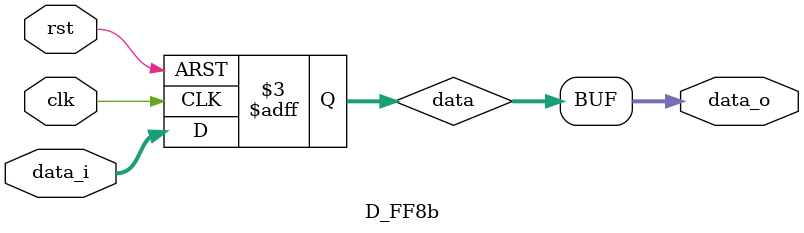
<source format=sv>
module D_FF8b
#(parameter WIDTH=8) // fill number of bits 
(
	input logic clk, rst,
	input logic [WIDTH-1:0] data_i,
	output logic [WIDTH-1:0] data_o
);
reg [WIDTH-1:0] data;
always_ff@ (posedge clk or negedge rst)
	if (!rst) begin
		data <= 0;
	end else begin
	data <= data_i;
	end
assign data_o=data;
endmodule 
</source>
